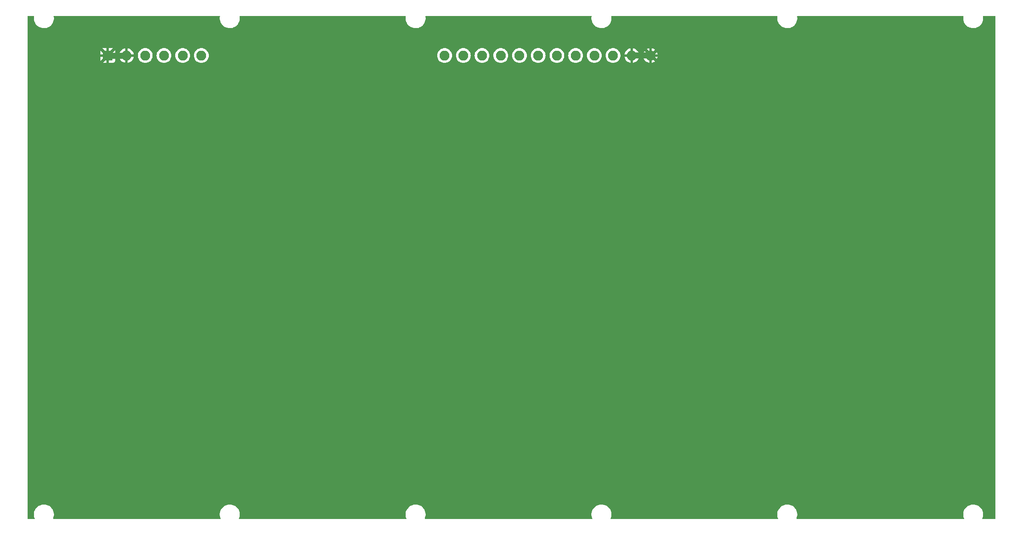
<source format=gtl>
G04 #@! TF.GenerationSoftware,KiCad,Pcbnew,(6.0.6)*
G04 #@! TF.CreationDate,2022-08-19T10:49:20-05:00*
G04 #@! TF.ProjectId,gndplate,676e6470-6c61-4746-952e-6b696361645f,rev?*
G04 #@! TF.SameCoordinates,Original*
G04 #@! TF.FileFunction,Copper,L1,Top*
G04 #@! TF.FilePolarity,Positive*
%FSLAX46Y46*%
G04 Gerber Fmt 4.6, Leading zero omitted, Abs format (unit mm)*
G04 Created by KiCad (PCBNEW (6.0.6)) date 2022-08-19 10:49:20*
%MOMM*%
%LPD*%
G01*
G04 APERTURE LIST*
G04 #@! TA.AperFunction,ComponentPad*
%ADD10R,2.100000X2.100000*%
G04 #@! TD*
G04 #@! TA.AperFunction,ComponentPad*
%ADD11O,2.100000X2.100000*%
G04 #@! TD*
G04 #@! TA.AperFunction,ViaPad*
%ADD12C,0.800000*%
G04 #@! TD*
G04 #@! TA.AperFunction,Conductor*
%ADD13C,0.700000*%
G04 #@! TD*
G04 #@! TA.AperFunction,Conductor*
%ADD14C,1.300000*%
G04 #@! TD*
G04 APERTURE END LIST*
D10*
X40020000Y-37890000D03*
D11*
X43980000Y-37890000D03*
X47940000Y-37890000D03*
X51900000Y-37890000D03*
X55860000Y-37890000D03*
X59820000Y-37890000D03*
X111300000Y-37890000D03*
X115260000Y-37890000D03*
X119220000Y-37890000D03*
X123180000Y-37890000D03*
X127140000Y-37890000D03*
X131100000Y-37890000D03*
X135060000Y-37890000D03*
X139020000Y-37890000D03*
X142980000Y-37890000D03*
X146940000Y-37890000D03*
X150900000Y-37890000D03*
X154860000Y-37890000D03*
D12*
X70000000Y-110000000D03*
X80000000Y-120000000D03*
X54285000Y-40312500D03*
X80000000Y-100000000D03*
X60000000Y-110000000D03*
X80000000Y-50000000D03*
X60000000Y-80000000D03*
X60000000Y-100000000D03*
X60000000Y-60000000D03*
X60000000Y-70000000D03*
X80000000Y-70000000D03*
X70000000Y-80000000D03*
X80000000Y-110000000D03*
X80000000Y-40000000D03*
X70000000Y-100000000D03*
X70000000Y-40000000D03*
X70000000Y-120000000D03*
X80000000Y-60000000D03*
X60000000Y-90000000D03*
X70000000Y-70000000D03*
X70000000Y-50000000D03*
X80000000Y-90000000D03*
X60000000Y-50000000D03*
X80000000Y-80000000D03*
X70000000Y-60000000D03*
X70000000Y-90000000D03*
X60000000Y-120000000D03*
X100000000Y-110000000D03*
X110000000Y-120000000D03*
X90000000Y-40000000D03*
X130000000Y-50000000D03*
X140000000Y-60000000D03*
X140000000Y-40000000D03*
X110000000Y-100000000D03*
X120000000Y-50000000D03*
X90000000Y-110000000D03*
X110000000Y-50000000D03*
X140000000Y-80000000D03*
X130000000Y-120000000D03*
X90000000Y-80000000D03*
X140000000Y-110000000D03*
X130000000Y-60000000D03*
X90000000Y-100000000D03*
X130000000Y-90000000D03*
X90000000Y-60000000D03*
X140000000Y-70000000D03*
X90000000Y-70000000D03*
X110000000Y-70000000D03*
X130000000Y-40000000D03*
X130000000Y-100000000D03*
X100000000Y-80000000D03*
X110000000Y-110000000D03*
X140000000Y-100000000D03*
X110000000Y-40000000D03*
X100000000Y-100000000D03*
X100000000Y-40000000D03*
X130000000Y-80000000D03*
X130000000Y-110000000D03*
X130000000Y-70000000D03*
X100000000Y-120000000D03*
X110000000Y-60000000D03*
X90000000Y-90000000D03*
X120000000Y-100000000D03*
X120000000Y-60000000D03*
X100000000Y-70000000D03*
X120000000Y-110000000D03*
X120000000Y-70000000D03*
X100000000Y-50000000D03*
X120000000Y-80000000D03*
X140000000Y-50000000D03*
X120000000Y-40000000D03*
X140000000Y-120000000D03*
X120000000Y-90000000D03*
X140000000Y-90000000D03*
X110000000Y-90000000D03*
X90000000Y-50000000D03*
X110000000Y-80000000D03*
X100000000Y-60000000D03*
X100000000Y-90000000D03*
X90000000Y-120000000D03*
X120000000Y-120000000D03*
X160000000Y-110000000D03*
X170000000Y-120000000D03*
X150000000Y-40000000D03*
X190000000Y-50000000D03*
X220000000Y-50000000D03*
X200000000Y-60000000D03*
X200000000Y-40000000D03*
X170000000Y-100000000D03*
X180000000Y-50000000D03*
X150000000Y-110000000D03*
X170000000Y-50000000D03*
X200000000Y-80000000D03*
X190000000Y-120000000D03*
X150000000Y-80000000D03*
X200000000Y-110000000D03*
X210000000Y-90000000D03*
X190000000Y-60000000D03*
X210000000Y-70000000D03*
X150000000Y-100000000D03*
X190000000Y-90000000D03*
X150000000Y-60000000D03*
X210000000Y-100000000D03*
X210000000Y-60000000D03*
X200000000Y-70000000D03*
X150000000Y-70000000D03*
X170000000Y-70000000D03*
X190000000Y-40000000D03*
X220000000Y-70000000D03*
X210000000Y-40000000D03*
X220000000Y-110000000D03*
X220000000Y-90000000D03*
X190000000Y-100000000D03*
X160000000Y-80000000D03*
X210000000Y-50000000D03*
X170000000Y-110000000D03*
X200000000Y-100000000D03*
X220000000Y-60000000D03*
X170000000Y-40000000D03*
X160000000Y-100000000D03*
X160000000Y-40000000D03*
X190000000Y-80000000D03*
X190000000Y-110000000D03*
X190000000Y-70000000D03*
X160000000Y-120000000D03*
X170000000Y-60000000D03*
X150000000Y-90000000D03*
X220000000Y-80000000D03*
X180000000Y-100000000D03*
X210000000Y-80000000D03*
X180000000Y-60000000D03*
X160000000Y-70000000D03*
X180000000Y-110000000D03*
X180000000Y-70000000D03*
X160000000Y-50000000D03*
X220000000Y-100000000D03*
X180000000Y-80000000D03*
X200000000Y-50000000D03*
X180000000Y-40000000D03*
X210000000Y-110000000D03*
X200000000Y-120000000D03*
X180000000Y-90000000D03*
X200000000Y-90000000D03*
X170000000Y-90000000D03*
X220000000Y-120000000D03*
X150000000Y-50000000D03*
X220000000Y-40000000D03*
X210000000Y-120000000D03*
X170000000Y-80000000D03*
X160000000Y-60000000D03*
X160000000Y-90000000D03*
X150000000Y-120000000D03*
X180000000Y-120000000D03*
X170000000Y-130000000D03*
X110000000Y-130000000D03*
X50000000Y-130000000D03*
X70000000Y-130000000D03*
X140000000Y-130000000D03*
X40000000Y-130000000D03*
X220000000Y-130000000D03*
X180000000Y-130000000D03*
X160000000Y-130000000D03*
X210000000Y-130000000D03*
X150000000Y-130000000D03*
X190000000Y-130000000D03*
X80000000Y-130000000D03*
X200000000Y-130000000D03*
X100000000Y-130000000D03*
X120000000Y-130000000D03*
X90000000Y-130000000D03*
X30000000Y-130000000D03*
X60000000Y-130000000D03*
X130000000Y-130000000D03*
X40000000Y-60000000D03*
X50000000Y-110000000D03*
X40000000Y-100000000D03*
X50000000Y-120000000D03*
X50000000Y-60000000D03*
X30000000Y-60000000D03*
X30000000Y-110000000D03*
X30000000Y-70000000D03*
X30000000Y-90000000D03*
X40000000Y-90000000D03*
X30000000Y-100000000D03*
X40000000Y-80000000D03*
X40000000Y-120000000D03*
X44285000Y-40312500D03*
X30000000Y-50000000D03*
X34285000Y-40312500D03*
X50000000Y-70000000D03*
X30000000Y-120000000D03*
X40000000Y-50000000D03*
X30000000Y-80000000D03*
X50000000Y-90000000D03*
X50000000Y-80000000D03*
X50000000Y-100000000D03*
X40000000Y-110000000D03*
X40000000Y-70000000D03*
X30000000Y-40000000D03*
X50000000Y-50000000D03*
D13*
X156190000Y-39060000D02*
X157435000Y-39060000D01*
X37440000Y-35382500D02*
X39980000Y-37922500D01*
X42975000Y-34927500D02*
X39980000Y-37922500D01*
X156190000Y-39060000D02*
X155050000Y-37920000D01*
D14*
X40945000Y-37942500D02*
X43485000Y-37942500D01*
D13*
X157330000Y-35640000D02*
X155050000Y-37920000D01*
X155050000Y-37920000D02*
X152990000Y-35860000D01*
X39980000Y-38037500D02*
X37475000Y-40542500D01*
D14*
X154285000Y-37840000D02*
X151745000Y-37840000D01*
G04 #@! TA.AperFunction,Conductor*
G36*
X24364299Y-29520002D02*
G01*
X24410792Y-29573658D01*
X24420921Y-29643753D01*
X24392249Y-29845216D01*
X24392227Y-29849505D01*
X24392226Y-29849512D01*
X24390765Y-30128417D01*
X24390743Y-30132703D01*
X24428268Y-30417734D01*
X24504129Y-30695036D01*
X24616923Y-30959476D01*
X24764561Y-31206161D01*
X24944313Y-31430528D01*
X25152851Y-31628423D01*
X25386317Y-31796186D01*
X25390112Y-31798195D01*
X25390113Y-31798196D01*
X25411869Y-31809715D01*
X25640392Y-31930712D01*
X25910373Y-32029511D01*
X26191264Y-32090755D01*
X26219841Y-32093004D01*
X26414282Y-32108307D01*
X26414291Y-32108307D01*
X26416739Y-32108500D01*
X26572271Y-32108500D01*
X26574407Y-32108354D01*
X26574418Y-32108354D01*
X26782548Y-32094165D01*
X26782554Y-32094164D01*
X26786825Y-32093873D01*
X26791020Y-32093004D01*
X26791022Y-32093004D01*
X26927584Y-32064723D01*
X27068342Y-32035574D01*
X27339343Y-31939607D01*
X27594812Y-31807750D01*
X27598313Y-31805289D01*
X27598317Y-31805287D01*
X27712418Y-31725095D01*
X27830023Y-31642441D01*
X28040622Y-31446740D01*
X28222713Y-31224268D01*
X28372927Y-30979142D01*
X28488483Y-30715898D01*
X28567244Y-30439406D01*
X28607751Y-30154784D01*
X28607845Y-30136951D01*
X28609235Y-29871583D01*
X28609235Y-29871576D01*
X28609257Y-29867297D01*
X28579655Y-29642446D01*
X28590594Y-29572297D01*
X28637723Y-29519199D01*
X28704577Y-29500000D01*
X63626178Y-29500000D01*
X63694299Y-29520002D01*
X63740792Y-29573658D01*
X63750921Y-29643753D01*
X63722249Y-29845216D01*
X63722227Y-29849505D01*
X63722226Y-29849512D01*
X63720765Y-30128417D01*
X63720743Y-30132703D01*
X63758268Y-30417734D01*
X63834129Y-30695036D01*
X63946923Y-30959476D01*
X64094561Y-31206161D01*
X64274313Y-31430528D01*
X64482851Y-31628423D01*
X64716317Y-31796186D01*
X64720112Y-31798195D01*
X64720113Y-31798196D01*
X64741869Y-31809715D01*
X64970392Y-31930712D01*
X65240373Y-32029511D01*
X65521264Y-32090755D01*
X65549841Y-32093004D01*
X65744282Y-32108307D01*
X65744291Y-32108307D01*
X65746739Y-32108500D01*
X65902271Y-32108500D01*
X65904407Y-32108354D01*
X65904418Y-32108354D01*
X66112548Y-32094165D01*
X66112554Y-32094164D01*
X66116825Y-32093873D01*
X66121020Y-32093004D01*
X66121022Y-32093004D01*
X66257584Y-32064723D01*
X66398342Y-32035574D01*
X66669343Y-31939607D01*
X66924812Y-31807750D01*
X66928313Y-31805289D01*
X66928317Y-31805287D01*
X67042418Y-31725095D01*
X67160023Y-31642441D01*
X67370622Y-31446740D01*
X67552713Y-31224268D01*
X67702927Y-30979142D01*
X67818483Y-30715898D01*
X67897244Y-30439406D01*
X67937751Y-30154784D01*
X67937845Y-30136951D01*
X67939235Y-29871583D01*
X67939235Y-29871576D01*
X67939257Y-29867297D01*
X67909655Y-29642446D01*
X67920594Y-29572297D01*
X67967723Y-29519199D01*
X68034577Y-29500000D01*
X102956178Y-29500000D01*
X103024299Y-29520002D01*
X103070792Y-29573658D01*
X103080921Y-29643753D01*
X103052249Y-29845216D01*
X103052227Y-29849505D01*
X103052226Y-29849512D01*
X103050765Y-30128417D01*
X103050743Y-30132703D01*
X103088268Y-30417734D01*
X103164129Y-30695036D01*
X103276923Y-30959476D01*
X103424561Y-31206161D01*
X103604313Y-31430528D01*
X103812851Y-31628423D01*
X104046317Y-31796186D01*
X104050112Y-31798195D01*
X104050113Y-31798196D01*
X104071869Y-31809715D01*
X104300392Y-31930712D01*
X104570373Y-32029511D01*
X104851264Y-32090755D01*
X104879841Y-32093004D01*
X105074282Y-32108307D01*
X105074291Y-32108307D01*
X105076739Y-32108500D01*
X105232271Y-32108500D01*
X105234407Y-32108354D01*
X105234418Y-32108354D01*
X105442548Y-32094165D01*
X105442554Y-32094164D01*
X105446825Y-32093873D01*
X105451020Y-32093004D01*
X105451022Y-32093004D01*
X105587584Y-32064723D01*
X105728342Y-32035574D01*
X105999343Y-31939607D01*
X106254812Y-31807750D01*
X106258313Y-31805289D01*
X106258317Y-31805287D01*
X106372418Y-31725095D01*
X106490023Y-31642441D01*
X106700622Y-31446740D01*
X106882713Y-31224268D01*
X107032927Y-30979142D01*
X107148483Y-30715898D01*
X107227244Y-30439406D01*
X107267751Y-30154784D01*
X107267845Y-30136951D01*
X107269235Y-29871583D01*
X107269235Y-29871576D01*
X107269257Y-29867297D01*
X107239655Y-29642446D01*
X107250594Y-29572297D01*
X107297723Y-29519199D01*
X107364577Y-29500000D01*
X142286178Y-29500000D01*
X142354299Y-29520002D01*
X142400792Y-29573658D01*
X142410921Y-29643753D01*
X142382249Y-29845216D01*
X142382227Y-29849505D01*
X142382226Y-29849512D01*
X142380765Y-30128417D01*
X142380743Y-30132703D01*
X142418268Y-30417734D01*
X142494129Y-30695036D01*
X142606923Y-30959476D01*
X142754561Y-31206161D01*
X142934313Y-31430528D01*
X143142851Y-31628423D01*
X143376317Y-31796186D01*
X143380112Y-31798195D01*
X143380113Y-31798196D01*
X143401869Y-31809715D01*
X143630392Y-31930712D01*
X143900373Y-32029511D01*
X144181264Y-32090755D01*
X144209841Y-32093004D01*
X144404282Y-32108307D01*
X144404291Y-32108307D01*
X144406739Y-32108500D01*
X144562271Y-32108500D01*
X144564407Y-32108354D01*
X144564418Y-32108354D01*
X144772548Y-32094165D01*
X144772554Y-32094164D01*
X144776825Y-32093873D01*
X144781020Y-32093004D01*
X144781022Y-32093004D01*
X144917584Y-32064723D01*
X145058342Y-32035574D01*
X145329343Y-31939607D01*
X145584812Y-31807750D01*
X145588313Y-31805289D01*
X145588317Y-31805287D01*
X145702418Y-31725095D01*
X145820023Y-31642441D01*
X146030622Y-31446740D01*
X146212713Y-31224268D01*
X146362927Y-30979142D01*
X146478483Y-30715898D01*
X146557244Y-30439406D01*
X146597751Y-30154784D01*
X146597845Y-30136951D01*
X146599235Y-29871583D01*
X146599235Y-29871576D01*
X146599257Y-29867297D01*
X146569655Y-29642446D01*
X146580594Y-29572297D01*
X146627723Y-29519199D01*
X146694577Y-29500000D01*
X181616178Y-29500000D01*
X181684299Y-29520002D01*
X181730792Y-29573658D01*
X181740921Y-29643753D01*
X181712249Y-29845216D01*
X181712227Y-29849505D01*
X181712226Y-29849512D01*
X181710765Y-30128417D01*
X181710743Y-30132703D01*
X181748268Y-30417734D01*
X181824129Y-30695036D01*
X181936923Y-30959476D01*
X182084561Y-31206161D01*
X182264313Y-31430528D01*
X182472851Y-31628423D01*
X182706317Y-31796186D01*
X182710112Y-31798195D01*
X182710113Y-31798196D01*
X182731869Y-31809715D01*
X182960392Y-31930712D01*
X183230373Y-32029511D01*
X183511264Y-32090755D01*
X183539841Y-32093004D01*
X183734282Y-32108307D01*
X183734291Y-32108307D01*
X183736739Y-32108500D01*
X183892271Y-32108500D01*
X183894407Y-32108354D01*
X183894418Y-32108354D01*
X184102548Y-32094165D01*
X184102554Y-32094164D01*
X184106825Y-32093873D01*
X184111020Y-32093004D01*
X184111022Y-32093004D01*
X184247584Y-32064723D01*
X184388342Y-32035574D01*
X184659343Y-31939607D01*
X184914812Y-31807750D01*
X184918313Y-31805289D01*
X184918317Y-31805287D01*
X185032418Y-31725095D01*
X185150023Y-31642441D01*
X185360622Y-31446740D01*
X185542713Y-31224268D01*
X185692927Y-30979142D01*
X185808483Y-30715898D01*
X185887244Y-30439406D01*
X185927751Y-30154784D01*
X185927845Y-30136951D01*
X185929235Y-29871583D01*
X185929235Y-29871576D01*
X185929257Y-29867297D01*
X185899655Y-29642446D01*
X185910594Y-29572297D01*
X185957723Y-29519199D01*
X186024577Y-29500000D01*
X220946178Y-29500000D01*
X221014299Y-29520002D01*
X221060792Y-29573658D01*
X221070921Y-29643753D01*
X221042249Y-29845216D01*
X221042227Y-29849505D01*
X221042226Y-29849512D01*
X221040765Y-30128417D01*
X221040743Y-30132703D01*
X221078268Y-30417734D01*
X221154129Y-30695036D01*
X221266923Y-30959476D01*
X221414561Y-31206161D01*
X221594313Y-31430528D01*
X221802851Y-31628423D01*
X222036317Y-31796186D01*
X222040112Y-31798195D01*
X222040113Y-31798196D01*
X222061869Y-31809715D01*
X222290392Y-31930712D01*
X222560373Y-32029511D01*
X222841264Y-32090755D01*
X222869841Y-32093004D01*
X223064282Y-32108307D01*
X223064291Y-32108307D01*
X223066739Y-32108500D01*
X223222271Y-32108500D01*
X223224407Y-32108354D01*
X223224418Y-32108354D01*
X223432548Y-32094165D01*
X223432554Y-32094164D01*
X223436825Y-32093873D01*
X223441020Y-32093004D01*
X223441022Y-32093004D01*
X223577584Y-32064723D01*
X223718342Y-32035574D01*
X223989343Y-31939607D01*
X224244812Y-31807750D01*
X224248313Y-31805289D01*
X224248317Y-31805287D01*
X224362418Y-31725095D01*
X224480023Y-31642441D01*
X224690622Y-31446740D01*
X224872713Y-31224268D01*
X225022927Y-30979142D01*
X225138483Y-30715898D01*
X225217244Y-30439406D01*
X225257751Y-30154784D01*
X225257845Y-30136951D01*
X225259235Y-29871583D01*
X225259235Y-29871576D01*
X225259257Y-29867297D01*
X225229655Y-29642446D01*
X225240594Y-29572297D01*
X225287723Y-29519199D01*
X225354577Y-29500000D01*
X227765500Y-29500000D01*
X227833621Y-29520002D01*
X227880114Y-29573658D01*
X227891500Y-29626000D01*
X227891500Y-135874000D01*
X227871498Y-135942121D01*
X227817842Y-135988614D01*
X227765500Y-136000000D01*
X225206686Y-136000000D01*
X225138565Y-135979998D01*
X225092072Y-135926342D01*
X225081968Y-135856068D01*
X225091311Y-135823359D01*
X225138483Y-135715898D01*
X225217244Y-135439406D01*
X225257751Y-135154784D01*
X225257845Y-135136951D01*
X225259235Y-134871583D01*
X225259235Y-134871576D01*
X225259257Y-134867297D01*
X225221732Y-134582266D01*
X225145871Y-134304964D01*
X225033077Y-134040524D01*
X224885439Y-133793839D01*
X224705687Y-133569472D01*
X224497149Y-133371577D01*
X224263683Y-133203814D01*
X224241843Y-133192250D01*
X224218654Y-133179972D01*
X224009608Y-133069288D01*
X223739627Y-132970489D01*
X223458736Y-132909245D01*
X223427685Y-132906801D01*
X223235718Y-132891693D01*
X223235709Y-132891693D01*
X223233261Y-132891500D01*
X223077729Y-132891500D01*
X223075593Y-132891646D01*
X223075582Y-132891646D01*
X222867452Y-132905835D01*
X222867446Y-132905836D01*
X222863175Y-132906127D01*
X222858980Y-132906996D01*
X222858978Y-132906996D01*
X222722417Y-132935276D01*
X222581658Y-132964426D01*
X222310657Y-133060393D01*
X222055188Y-133192250D01*
X222051687Y-133194711D01*
X222051683Y-133194713D01*
X222041594Y-133201804D01*
X221819977Y-133357559D01*
X221609378Y-133553260D01*
X221427287Y-133775732D01*
X221277073Y-134020858D01*
X221161517Y-134284102D01*
X221082756Y-134560594D01*
X221042249Y-134845216D01*
X221042227Y-134849505D01*
X221042226Y-134849512D01*
X221040765Y-135128417D01*
X221040743Y-135132703D01*
X221078268Y-135417734D01*
X221154129Y-135695036D01*
X221155813Y-135698984D01*
X221209378Y-135824565D01*
X221217707Y-135895072D01*
X221186594Y-135958888D01*
X221125919Y-135995753D01*
X221093481Y-136000000D01*
X185876686Y-136000000D01*
X185808565Y-135979998D01*
X185762072Y-135926342D01*
X185751968Y-135856068D01*
X185761311Y-135823359D01*
X185808483Y-135715898D01*
X185887244Y-135439406D01*
X185927751Y-135154784D01*
X185927845Y-135136951D01*
X185929235Y-134871583D01*
X185929235Y-134871576D01*
X185929257Y-134867297D01*
X185891732Y-134582266D01*
X185815871Y-134304964D01*
X185703077Y-134040524D01*
X185555439Y-133793839D01*
X185375687Y-133569472D01*
X185167149Y-133371577D01*
X184933683Y-133203814D01*
X184911843Y-133192250D01*
X184888654Y-133179972D01*
X184679608Y-133069288D01*
X184409627Y-132970489D01*
X184128736Y-132909245D01*
X184097685Y-132906801D01*
X183905718Y-132891693D01*
X183905709Y-132891693D01*
X183903261Y-132891500D01*
X183747729Y-132891500D01*
X183745593Y-132891646D01*
X183745582Y-132891646D01*
X183537452Y-132905835D01*
X183537446Y-132905836D01*
X183533175Y-132906127D01*
X183528980Y-132906996D01*
X183528978Y-132906996D01*
X183392417Y-132935276D01*
X183251658Y-132964426D01*
X182980657Y-133060393D01*
X182725188Y-133192250D01*
X182721687Y-133194711D01*
X182721683Y-133194713D01*
X182711594Y-133201804D01*
X182489977Y-133357559D01*
X182279378Y-133553260D01*
X182097287Y-133775732D01*
X181947073Y-134020858D01*
X181831517Y-134284102D01*
X181752756Y-134560594D01*
X181712249Y-134845216D01*
X181712227Y-134849505D01*
X181712226Y-134849512D01*
X181710765Y-135128417D01*
X181710743Y-135132703D01*
X181748268Y-135417734D01*
X181824129Y-135695036D01*
X181825813Y-135698984D01*
X181879378Y-135824565D01*
X181887707Y-135895072D01*
X181856594Y-135958888D01*
X181795919Y-135995753D01*
X181763481Y-136000000D01*
X146546686Y-136000000D01*
X146478565Y-135979998D01*
X146432072Y-135926342D01*
X146421968Y-135856068D01*
X146431311Y-135823359D01*
X146478483Y-135715898D01*
X146557244Y-135439406D01*
X146597751Y-135154784D01*
X146597845Y-135136951D01*
X146599235Y-134871583D01*
X146599235Y-134871576D01*
X146599257Y-134867297D01*
X146561732Y-134582266D01*
X146485871Y-134304964D01*
X146373077Y-134040524D01*
X146225439Y-133793839D01*
X146045687Y-133569472D01*
X145837149Y-133371577D01*
X145603683Y-133203814D01*
X145581843Y-133192250D01*
X145558654Y-133179972D01*
X145349608Y-133069288D01*
X145079627Y-132970489D01*
X144798736Y-132909245D01*
X144767685Y-132906801D01*
X144575718Y-132891693D01*
X144575709Y-132891693D01*
X144573261Y-132891500D01*
X144417729Y-132891500D01*
X144415593Y-132891646D01*
X144415582Y-132891646D01*
X144207452Y-132905835D01*
X144207446Y-132905836D01*
X144203175Y-132906127D01*
X144198980Y-132906996D01*
X144198978Y-132906996D01*
X144062417Y-132935276D01*
X143921658Y-132964426D01*
X143650657Y-133060393D01*
X143395188Y-133192250D01*
X143391687Y-133194711D01*
X143391683Y-133194713D01*
X143381594Y-133201804D01*
X143159977Y-133357559D01*
X142949378Y-133553260D01*
X142767287Y-133775732D01*
X142617073Y-134020858D01*
X142501517Y-134284102D01*
X142422756Y-134560594D01*
X142382249Y-134845216D01*
X142382227Y-134849505D01*
X142382226Y-134849512D01*
X142380765Y-135128417D01*
X142380743Y-135132703D01*
X142418268Y-135417734D01*
X142494129Y-135695036D01*
X142495813Y-135698984D01*
X142549378Y-135824565D01*
X142557707Y-135895072D01*
X142526594Y-135958888D01*
X142465919Y-135995753D01*
X142433481Y-136000000D01*
X107216686Y-136000000D01*
X107148565Y-135979998D01*
X107102072Y-135926342D01*
X107091968Y-135856068D01*
X107101311Y-135823359D01*
X107148483Y-135715898D01*
X107227244Y-135439406D01*
X107267751Y-135154784D01*
X107267845Y-135136951D01*
X107269235Y-134871583D01*
X107269235Y-134871576D01*
X107269257Y-134867297D01*
X107231732Y-134582266D01*
X107155871Y-134304964D01*
X107043077Y-134040524D01*
X106895439Y-133793839D01*
X106715687Y-133569472D01*
X106507149Y-133371577D01*
X106273683Y-133203814D01*
X106251843Y-133192250D01*
X106228654Y-133179972D01*
X106019608Y-133069288D01*
X105749627Y-132970489D01*
X105468736Y-132909245D01*
X105437685Y-132906801D01*
X105245718Y-132891693D01*
X105245709Y-132891693D01*
X105243261Y-132891500D01*
X105087729Y-132891500D01*
X105085593Y-132891646D01*
X105085582Y-132891646D01*
X104877452Y-132905835D01*
X104877446Y-132905836D01*
X104873175Y-132906127D01*
X104868980Y-132906996D01*
X104868978Y-132906996D01*
X104732417Y-132935276D01*
X104591658Y-132964426D01*
X104320657Y-133060393D01*
X104065188Y-133192250D01*
X104061687Y-133194711D01*
X104061683Y-133194713D01*
X104051594Y-133201804D01*
X103829977Y-133357559D01*
X103619378Y-133553260D01*
X103437287Y-133775732D01*
X103287073Y-134020858D01*
X103171517Y-134284102D01*
X103092756Y-134560594D01*
X103052249Y-134845216D01*
X103052227Y-134849505D01*
X103052226Y-134849512D01*
X103050765Y-135128417D01*
X103050743Y-135132703D01*
X103088268Y-135417734D01*
X103164129Y-135695036D01*
X103165813Y-135698984D01*
X103219378Y-135824565D01*
X103227707Y-135895072D01*
X103196594Y-135958888D01*
X103135919Y-135995753D01*
X103103481Y-136000000D01*
X67886686Y-136000000D01*
X67818565Y-135979998D01*
X67772072Y-135926342D01*
X67761968Y-135856068D01*
X67771311Y-135823359D01*
X67818483Y-135715898D01*
X67897244Y-135439406D01*
X67937751Y-135154784D01*
X67937845Y-135136951D01*
X67939235Y-134871583D01*
X67939235Y-134871576D01*
X67939257Y-134867297D01*
X67901732Y-134582266D01*
X67825871Y-134304964D01*
X67713077Y-134040524D01*
X67565439Y-133793839D01*
X67385687Y-133569472D01*
X67177149Y-133371577D01*
X66943683Y-133203814D01*
X66921843Y-133192250D01*
X66898654Y-133179972D01*
X66689608Y-133069288D01*
X66419627Y-132970489D01*
X66138736Y-132909245D01*
X66107685Y-132906801D01*
X65915718Y-132891693D01*
X65915709Y-132891693D01*
X65913261Y-132891500D01*
X65757729Y-132891500D01*
X65755593Y-132891646D01*
X65755582Y-132891646D01*
X65547452Y-132905835D01*
X65547446Y-132905836D01*
X65543175Y-132906127D01*
X65538980Y-132906996D01*
X65538978Y-132906996D01*
X65402417Y-132935276D01*
X65261658Y-132964426D01*
X64990657Y-133060393D01*
X64735188Y-133192250D01*
X64731687Y-133194711D01*
X64731683Y-133194713D01*
X64721594Y-133201804D01*
X64499977Y-133357559D01*
X64289378Y-133553260D01*
X64107287Y-133775732D01*
X63957073Y-134020858D01*
X63841517Y-134284102D01*
X63762756Y-134560594D01*
X63722249Y-134845216D01*
X63722227Y-134849505D01*
X63722226Y-134849512D01*
X63720765Y-135128417D01*
X63720743Y-135132703D01*
X63758268Y-135417734D01*
X63834129Y-135695036D01*
X63835813Y-135698984D01*
X63889378Y-135824565D01*
X63897707Y-135895072D01*
X63866594Y-135958888D01*
X63805919Y-135995753D01*
X63773481Y-136000000D01*
X28556686Y-136000000D01*
X28488565Y-135979998D01*
X28442072Y-135926342D01*
X28431968Y-135856068D01*
X28441311Y-135823359D01*
X28488483Y-135715898D01*
X28567244Y-135439406D01*
X28607751Y-135154784D01*
X28607845Y-135136951D01*
X28609235Y-134871583D01*
X28609235Y-134871576D01*
X28609257Y-134867297D01*
X28571732Y-134582266D01*
X28495871Y-134304964D01*
X28383077Y-134040524D01*
X28235439Y-133793839D01*
X28055687Y-133569472D01*
X27847149Y-133371577D01*
X27613683Y-133203814D01*
X27591843Y-133192250D01*
X27568654Y-133179972D01*
X27359608Y-133069288D01*
X27089627Y-132970489D01*
X26808736Y-132909245D01*
X26777685Y-132906801D01*
X26585718Y-132891693D01*
X26585709Y-132891693D01*
X26583261Y-132891500D01*
X26427729Y-132891500D01*
X26425593Y-132891646D01*
X26425582Y-132891646D01*
X26217452Y-132905835D01*
X26217446Y-132905836D01*
X26213175Y-132906127D01*
X26208980Y-132906996D01*
X26208978Y-132906996D01*
X26072417Y-132935276D01*
X25931658Y-132964426D01*
X25660657Y-133060393D01*
X25405188Y-133192250D01*
X25401687Y-133194711D01*
X25401683Y-133194713D01*
X25391594Y-133201804D01*
X25169977Y-133357559D01*
X24959378Y-133553260D01*
X24777287Y-133775732D01*
X24627073Y-134020858D01*
X24511517Y-134284102D01*
X24432756Y-134560594D01*
X24392249Y-134845216D01*
X24392227Y-134849505D01*
X24392226Y-134849512D01*
X24390765Y-135128417D01*
X24390743Y-135132703D01*
X24428268Y-135417734D01*
X24504129Y-135695036D01*
X24505813Y-135698984D01*
X24559378Y-135824565D01*
X24567707Y-135895072D01*
X24536594Y-135958888D01*
X24475919Y-135995753D01*
X24443481Y-136000000D01*
X23134500Y-136000000D01*
X23066379Y-135979998D01*
X23019886Y-135926342D01*
X23008500Y-135874000D01*
X23008500Y-38984669D01*
X38462001Y-38984669D01*
X38462371Y-38991490D01*
X38467895Y-39042352D01*
X38471521Y-39057604D01*
X38516676Y-39178054D01*
X38525214Y-39193649D01*
X38601715Y-39295724D01*
X38614276Y-39308285D01*
X38716351Y-39384786D01*
X38731946Y-39393324D01*
X38852394Y-39438478D01*
X38867649Y-39442105D01*
X38918514Y-39447631D01*
X38925328Y-39448000D01*
X39747885Y-39448000D01*
X39763124Y-39443525D01*
X39764329Y-39442135D01*
X39766000Y-39434452D01*
X39766000Y-39429884D01*
X40274000Y-39429884D01*
X40278475Y-39445123D01*
X40279865Y-39446328D01*
X40287548Y-39447999D01*
X41114669Y-39447999D01*
X41121490Y-39447629D01*
X41172352Y-39442105D01*
X41187604Y-39438479D01*
X41308054Y-39393324D01*
X41323649Y-39384786D01*
X41425724Y-39308285D01*
X41438285Y-39295724D01*
X41514786Y-39193649D01*
X41523324Y-39178054D01*
X41568478Y-39057606D01*
X41572105Y-39042351D01*
X41577631Y-38991486D01*
X41578000Y-38984672D01*
X41578000Y-38162115D01*
X41576625Y-38157431D01*
X42441933Y-38157431D01*
X42492517Y-38368125D01*
X42495566Y-38377510D01*
X42585625Y-38594933D01*
X42590107Y-38603728D01*
X42713065Y-38804376D01*
X42718872Y-38812369D01*
X42871708Y-38991317D01*
X42878683Y-38998292D01*
X43057631Y-39151128D01*
X43065624Y-39156935D01*
X43266272Y-39279893D01*
X43275067Y-39284375D01*
X43492490Y-39374434D01*
X43501875Y-39377483D01*
X43708385Y-39427062D01*
X43722470Y-39426357D01*
X43726000Y-39417478D01*
X43726000Y-39413176D01*
X44234000Y-39413176D01*
X44237973Y-39426707D01*
X44247431Y-39428067D01*
X44458125Y-39377483D01*
X44467510Y-39374434D01*
X44684933Y-39284375D01*
X44693728Y-39279893D01*
X44894376Y-39156935D01*
X44902369Y-39151128D01*
X45081317Y-38998292D01*
X45088292Y-38991317D01*
X45241128Y-38812369D01*
X45246935Y-38804376D01*
X45369893Y-38603728D01*
X45374375Y-38594933D01*
X45464434Y-38377510D01*
X45467483Y-38368125D01*
X45517062Y-38161615D01*
X45516357Y-38147530D01*
X45507478Y-38144000D01*
X44252115Y-38144000D01*
X44236876Y-38148475D01*
X44235671Y-38149865D01*
X44234000Y-38157548D01*
X44234000Y-39413176D01*
X43726000Y-39413176D01*
X43726000Y-38162115D01*
X43721525Y-38146876D01*
X43720135Y-38145671D01*
X43712452Y-38144000D01*
X42456824Y-38144000D01*
X42443293Y-38147973D01*
X42441933Y-38157431D01*
X41576625Y-38157431D01*
X41573525Y-38146876D01*
X41572135Y-38145671D01*
X41564452Y-38144000D01*
X40292115Y-38144000D01*
X40276876Y-38148475D01*
X40275671Y-38149865D01*
X40274000Y-38157548D01*
X40274000Y-39429884D01*
X39766000Y-39429884D01*
X39766000Y-38162115D01*
X39761525Y-38146876D01*
X39760135Y-38145671D01*
X39752452Y-38144000D01*
X38480116Y-38144000D01*
X38464877Y-38148475D01*
X38463672Y-38149865D01*
X38462001Y-38157548D01*
X38462001Y-38984669D01*
X23008500Y-38984669D01*
X23008500Y-37890000D01*
X46376681Y-37890000D01*
X46395928Y-38134557D01*
X46397082Y-38139364D01*
X46397083Y-38139370D01*
X46402424Y-38161615D01*
X46453195Y-38373092D01*
X46547073Y-38599732D01*
X46675248Y-38808896D01*
X46834567Y-38995433D01*
X46838323Y-38998641D01*
X47016861Y-39151128D01*
X47021104Y-39154752D01*
X47025327Y-39157340D01*
X47025330Y-39157342D01*
X47094515Y-39199738D01*
X47230268Y-39282927D01*
X47374967Y-39342864D01*
X47452335Y-39374911D01*
X47452337Y-39374912D01*
X47456908Y-39376805D01*
X47525715Y-39393324D01*
X47690630Y-39432917D01*
X47690636Y-39432918D01*
X47695443Y-39434072D01*
X47940000Y-39453319D01*
X48184557Y-39434072D01*
X48189364Y-39432918D01*
X48189370Y-39432917D01*
X48354285Y-39393324D01*
X48423092Y-39376805D01*
X48427663Y-39374912D01*
X48427665Y-39374911D01*
X48505033Y-39342864D01*
X48649732Y-39282927D01*
X48785485Y-39199738D01*
X48854670Y-39157342D01*
X48854673Y-39157340D01*
X48858896Y-39154752D01*
X48863140Y-39151128D01*
X49041677Y-38998641D01*
X49045433Y-38995433D01*
X49204752Y-38808896D01*
X49332927Y-38599732D01*
X49426805Y-38373092D01*
X49477576Y-38161615D01*
X49482917Y-38139370D01*
X49482918Y-38139364D01*
X49484072Y-38134557D01*
X49503319Y-37890000D01*
X50336681Y-37890000D01*
X50355928Y-38134557D01*
X50357082Y-38139364D01*
X50357083Y-38139370D01*
X50362424Y-38161615D01*
X50413195Y-38373092D01*
X50507073Y-38599732D01*
X50635248Y-38808896D01*
X50794567Y-38995433D01*
X50798323Y-38998641D01*
X50976861Y-39151128D01*
X50981104Y-39154752D01*
X50985327Y-39157340D01*
X50985330Y-39157342D01*
X51054515Y-39199738D01*
X51190268Y-39282927D01*
X51334967Y-39342864D01*
X51412335Y-39374911D01*
X51412337Y-39374912D01*
X51416908Y-39376805D01*
X51485715Y-39393324D01*
X51650630Y-39432917D01*
X51650636Y-39432918D01*
X51655443Y-39434072D01*
X51900000Y-39453319D01*
X52144557Y-39434072D01*
X52149364Y-39432918D01*
X52149370Y-39432917D01*
X52314285Y-39393324D01*
X52383092Y-39376805D01*
X52387663Y-39374912D01*
X52387665Y-39374911D01*
X52465033Y-39342864D01*
X52609732Y-39282927D01*
X52745485Y-39199738D01*
X52814670Y-39157342D01*
X52814673Y-39157340D01*
X52818896Y-39154752D01*
X52823140Y-39151128D01*
X53001677Y-38998641D01*
X53005433Y-38995433D01*
X53164752Y-38808896D01*
X53292927Y-38599732D01*
X53386805Y-38373092D01*
X53437576Y-38161615D01*
X53442917Y-38139370D01*
X53442918Y-38139364D01*
X53444072Y-38134557D01*
X53463319Y-37890000D01*
X54296681Y-37890000D01*
X54315928Y-38134557D01*
X54317082Y-38139364D01*
X54317083Y-38139370D01*
X54322424Y-38161615D01*
X54373195Y-38373092D01*
X54467073Y-38599732D01*
X54595248Y-38808896D01*
X54754567Y-38995433D01*
X54758323Y-38998641D01*
X54936861Y-39151128D01*
X54941104Y-39154752D01*
X54945327Y-39157340D01*
X54945330Y-39157342D01*
X55014515Y-39199738D01*
X55150268Y-39282927D01*
X55294967Y-39342864D01*
X55372335Y-39374911D01*
X55372337Y-39374912D01*
X55376908Y-39376805D01*
X55445715Y-39393324D01*
X55610630Y-39432917D01*
X55610636Y-39432918D01*
X55615443Y-39434072D01*
X55860000Y-39453319D01*
X56104557Y-39434072D01*
X56109364Y-39432918D01*
X56109370Y-39432917D01*
X56274285Y-39393324D01*
X56343092Y-39376805D01*
X56347663Y-39374912D01*
X56347665Y-39374911D01*
X56425033Y-39342864D01*
X56569732Y-39282927D01*
X56705485Y-39199738D01*
X56774670Y-39157342D01*
X56774673Y-39157340D01*
X56778896Y-39154752D01*
X56783140Y-39151128D01*
X56961677Y-38998641D01*
X56965433Y-38995433D01*
X57124752Y-38808896D01*
X57252927Y-38599732D01*
X57346805Y-38373092D01*
X57397576Y-38161615D01*
X57402917Y-38139370D01*
X57402918Y-38139364D01*
X57404072Y-38134557D01*
X57423319Y-37890000D01*
X58256681Y-37890000D01*
X58275928Y-38134557D01*
X58277082Y-38139364D01*
X58277083Y-38139370D01*
X58282424Y-38161615D01*
X58333195Y-38373092D01*
X58427073Y-38599732D01*
X58555248Y-38808896D01*
X58714567Y-38995433D01*
X58718323Y-38998641D01*
X58896861Y-39151128D01*
X58901104Y-39154752D01*
X58905327Y-39157340D01*
X58905330Y-39157342D01*
X58974515Y-39199738D01*
X59110268Y-39282927D01*
X59254967Y-39342864D01*
X59332335Y-39374911D01*
X59332337Y-39374912D01*
X59336908Y-39376805D01*
X59405715Y-39393324D01*
X59570630Y-39432917D01*
X59570636Y-39432918D01*
X59575443Y-39434072D01*
X59820000Y-39453319D01*
X60064557Y-39434072D01*
X60069364Y-39432918D01*
X60069370Y-39432917D01*
X60234285Y-39393324D01*
X60303092Y-39376805D01*
X60307663Y-39374912D01*
X60307665Y-39374911D01*
X60385033Y-39342864D01*
X60529732Y-39282927D01*
X60665485Y-39199738D01*
X60734670Y-39157342D01*
X60734673Y-39157340D01*
X60738896Y-39154752D01*
X60743140Y-39151128D01*
X60921677Y-38998641D01*
X60925433Y-38995433D01*
X61084752Y-38808896D01*
X61212927Y-38599732D01*
X61306805Y-38373092D01*
X61357576Y-38161615D01*
X61362917Y-38139370D01*
X61362918Y-38139364D01*
X61364072Y-38134557D01*
X61383319Y-37890000D01*
X109736681Y-37890000D01*
X109755928Y-38134557D01*
X109757082Y-38139364D01*
X109757083Y-38139370D01*
X109762424Y-38161615D01*
X109813195Y-38373092D01*
X109907073Y-38599732D01*
X110035248Y-38808896D01*
X110194567Y-38995433D01*
X110198323Y-38998641D01*
X110376861Y-39151128D01*
X110381104Y-39154752D01*
X110385327Y-39157340D01*
X110385330Y-39157342D01*
X110454515Y-39199738D01*
X110590268Y-39282927D01*
X110734967Y-39342864D01*
X110812335Y-39374911D01*
X110812337Y-39374912D01*
X110816908Y-39376805D01*
X110885715Y-39393324D01*
X111050630Y-39432917D01*
X111050636Y-39432918D01*
X111055443Y-39434072D01*
X111300000Y-39453319D01*
X111544557Y-39434072D01*
X111549364Y-39432918D01*
X111549370Y-39432917D01*
X111714285Y-39393324D01*
X111783092Y-39376805D01*
X111787663Y-39374912D01*
X111787665Y-39374911D01*
X111865033Y-39342864D01*
X112009732Y-39282927D01*
X112145485Y-39199738D01*
X112214670Y-39157342D01*
X112214673Y-39157340D01*
X112218896Y-39154752D01*
X112223140Y-39151128D01*
X112401677Y-38998641D01*
X112405433Y-38995433D01*
X112564752Y-38808896D01*
X112692927Y-38599732D01*
X112786805Y-38373092D01*
X112837576Y-38161615D01*
X112842917Y-38139370D01*
X112842918Y-38139364D01*
X112844072Y-38134557D01*
X112863319Y-37890000D01*
X113696681Y-37890000D01*
X113715928Y-38134557D01*
X113717082Y-38139364D01*
X113717083Y-38139370D01*
X113722424Y-38161615D01*
X113773195Y-38373092D01*
X113867073Y-38599732D01*
X113995248Y-38808896D01*
X114154567Y-38995433D01*
X114158323Y-38998641D01*
X114336861Y-39151128D01*
X114341104Y-39154752D01*
X114345327Y-39157340D01*
X114345330Y-39157342D01*
X114414515Y-39199738D01*
X114550268Y-39282927D01*
X114694967Y-39342864D01*
X114772335Y-39374911D01*
X114772337Y-39374912D01*
X114776908Y-39376805D01*
X114845715Y-39393324D01*
X115010630Y-39432917D01*
X115010636Y-39432918D01*
X115015443Y-39434072D01*
X115260000Y-39453319D01*
X115504557Y-39434072D01*
X115509364Y-39432918D01*
X115509370Y-39432917D01*
X115674285Y-39393324D01*
X115743092Y-39376805D01*
X115747663Y-39374912D01*
X115747665Y-39374911D01*
X115825033Y-39342864D01*
X115969732Y-39282927D01*
X116105485Y-39199738D01*
X116174670Y-39157342D01*
X116174673Y-39157340D01*
X116178896Y-39154752D01*
X116183140Y-39151128D01*
X116361677Y-38998641D01*
X116365433Y-38995433D01*
X116524752Y-38808896D01*
X116652927Y-38599732D01*
X116746805Y-38373092D01*
X116797576Y-38161615D01*
X116802917Y-38139370D01*
X116802918Y-38139364D01*
X116804072Y-38134557D01*
X116823319Y-37890000D01*
X117656681Y-37890000D01*
X117675928Y-38134557D01*
X117677082Y-38139364D01*
X117677083Y-38139370D01*
X117682424Y-38161615D01*
X117733195Y-38373092D01*
X117827073Y-38599732D01*
X117955248Y-38808896D01*
X118114567Y-38995433D01*
X118118323Y-38998641D01*
X118296861Y-39151128D01*
X118301104Y-39154752D01*
X118305327Y-39157340D01*
X118305330Y-39157342D01*
X118374515Y-39199738D01*
X118510268Y-39282927D01*
X118654967Y-39342864D01*
X118732335Y-39374911D01*
X118732337Y-39374912D01*
X118736908Y-39376805D01*
X118805715Y-39393324D01*
X118970630Y-39432917D01*
X118970636Y-39432918D01*
X118975443Y-39434072D01*
X119220000Y-39453319D01*
X119464557Y-39434072D01*
X119469364Y-39432918D01*
X119469370Y-39432917D01*
X119634285Y-39393324D01*
X119703092Y-39376805D01*
X119707663Y-39374912D01*
X119707665Y-39374911D01*
X119785033Y-39342864D01*
X119929732Y-39282927D01*
X120065485Y-39199738D01*
X120134670Y-39157342D01*
X120134673Y-39157340D01*
X120138896Y-39154752D01*
X120143140Y-39151128D01*
X120321677Y-38998641D01*
X120325433Y-38995433D01*
X120484752Y-38808896D01*
X120612927Y-38599732D01*
X120706805Y-38373092D01*
X120757576Y-38161615D01*
X120762917Y-38139370D01*
X120762918Y-38139364D01*
X120764072Y-38134557D01*
X120783319Y-37890000D01*
X121616681Y-37890000D01*
X121635928Y-38134557D01*
X121637082Y-38139364D01*
X121637083Y-38139370D01*
X121642424Y-38161615D01*
X121693195Y-38373092D01*
X121787073Y-38599732D01*
X121915248Y-38808896D01*
X122074567Y-38995433D01*
X122078323Y-38998641D01*
X122256861Y-39151128D01*
X122261104Y-39154752D01*
X122265327Y-39157340D01*
X122265330Y-39157342D01*
X122334515Y-39199738D01*
X122470268Y-39282927D01*
X122614967Y-39342864D01*
X122692335Y-39374911D01*
X122692337Y-39374912D01*
X122696908Y-39376805D01*
X122765715Y-39393324D01*
X122930630Y-39432917D01*
X122930636Y-39432918D01*
X122935443Y-39434072D01*
X123180000Y-39453319D01*
X123424557Y-39434072D01*
X123429364Y-39432918D01*
X123429370Y-39432917D01*
X123594285Y-39393324D01*
X123663092Y-39376805D01*
X123667663Y-39374912D01*
X123667665Y-39374911D01*
X123745033Y-39342864D01*
X123889732Y-39282927D01*
X124025485Y-39199738D01*
X124094670Y-39157342D01*
X124094673Y-39157340D01*
X124098896Y-39154752D01*
X124103140Y-39151128D01*
X124281677Y-38998641D01*
X124285433Y-38995433D01*
X124444752Y-38808896D01*
X124572927Y-38599732D01*
X124666805Y-38373092D01*
X124717576Y-38161615D01*
X124722917Y-38139370D01*
X124722918Y-38139364D01*
X124724072Y-38134557D01*
X124743319Y-37890000D01*
X125576681Y-37890000D01*
X125595928Y-38134557D01*
X125597082Y-38139364D01*
X125597083Y-38139370D01*
X125602424Y-38161615D01*
X125653195Y-38373092D01*
X125747073Y-38599732D01*
X125875248Y-38808896D01*
X126034567Y-38995433D01*
X126038323Y-38998641D01*
X126216861Y-39151128D01*
X126221104Y-39154752D01*
X126225327Y-39157340D01*
X126225330Y-39157342D01*
X126294515Y-39199738D01*
X126430268Y-39282927D01*
X126574967Y-39342864D01*
X126652335Y-39374911D01*
X126652337Y-39374912D01*
X126656908Y-39376805D01*
X126725715Y-39393324D01*
X126890630Y-39432917D01*
X126890636Y-39432918D01*
X126895443Y-39434072D01*
X127140000Y-39453319D01*
X127384557Y-39434072D01*
X127389364Y-39432918D01*
X127389370Y-39432917D01*
X127554285Y-39393324D01*
X127623092Y-39376805D01*
X127627663Y-39374912D01*
X127627665Y-39374911D01*
X127705033Y-39342864D01*
X127849732Y-39282927D01*
X127985485Y-39199738D01*
X128054670Y-39157342D01*
X128054673Y-39157340D01*
X128058896Y-39154752D01*
X128063140Y-39151128D01*
X128241677Y-38998641D01*
X128245433Y-38995433D01*
X128404752Y-38808896D01*
X128532927Y-38599732D01*
X128626805Y-38373092D01*
X128677576Y-38161615D01*
X128682917Y-38139370D01*
X128682918Y-38139364D01*
X128684072Y-38134557D01*
X128703319Y-37890000D01*
X129536681Y-37890000D01*
X129555928Y-38134557D01*
X129557082Y-38139364D01*
X129557083Y-38139370D01*
X129562424Y-38161615D01*
X129613195Y-38373092D01*
X129707073Y-38599732D01*
X129835248Y-38808896D01*
X129994567Y-38995433D01*
X129998323Y-38998641D01*
X130176861Y-39151128D01*
X130181104Y-39154752D01*
X130185327Y-39157340D01*
X130185330Y-39157342D01*
X130254515Y-39199738D01*
X130390268Y-39282927D01*
X130534967Y-39342864D01*
X130612335Y-39374911D01*
X130612337Y-39374912D01*
X130616908Y-39376805D01*
X130685715Y-39393324D01*
X130850630Y-39432917D01*
X130850636Y-39432918D01*
X130855443Y-39434072D01*
X131100000Y-39453319D01*
X131344557Y-39434072D01*
X131349364Y-39432918D01*
X131349370Y-39432917D01*
X131514285Y-39393324D01*
X131583092Y-39376805D01*
X131587663Y-39374912D01*
X131587665Y-39374911D01*
X131665033Y-39342864D01*
X131809732Y-39282927D01*
X131945485Y-39199738D01*
X132014670Y-39157342D01*
X132014673Y-39157340D01*
X132018896Y-39154752D01*
X132023140Y-39151128D01*
X132201677Y-38998641D01*
X132205433Y-38995433D01*
X132364752Y-38808896D01*
X132492927Y-38599732D01*
X132586805Y-38373092D01*
X132637576Y-38161615D01*
X132642917Y-38139370D01*
X132642918Y-38139364D01*
X132644072Y-38134557D01*
X132663319Y-37890000D01*
X133496681Y-37890000D01*
X133515928Y-38134557D01*
X133517082Y-38139364D01*
X133517083Y-38139370D01*
X133522424Y-38161615D01*
X133573195Y-38373092D01*
X133667073Y-38599732D01*
X133795248Y-38808896D01*
X133954567Y-38995433D01*
X133958323Y-38998641D01*
X134136861Y-39151128D01*
X134141104Y-39154752D01*
X134145327Y-39157340D01*
X134145330Y-39157342D01*
X134214515Y-39199738D01*
X134350268Y-39282927D01*
X134494967Y-39342864D01*
X134572335Y-39374911D01*
X134572337Y-39374912D01*
X134576908Y-39376805D01*
X134645715Y-39393324D01*
X134810630Y-39432917D01*
X134810636Y-39432918D01*
X134815443Y-39434072D01*
X135060000Y-39453319D01*
X135304557Y-39434072D01*
X135309364Y-39432918D01*
X135309370Y-39432917D01*
X135474285Y-39393324D01*
X135543092Y-39376805D01*
X135547663Y-39374912D01*
X135547665Y-39374911D01*
X135625033Y-39342864D01*
X135769732Y-39282927D01*
X135905485Y-39199738D01*
X135974670Y-39157342D01*
X135974673Y-39157340D01*
X135978896Y-39154752D01*
X135983140Y-39151128D01*
X136161677Y-38998641D01*
X136165433Y-38995433D01*
X136324752Y-38808896D01*
X136452927Y-38599732D01*
X136546805Y-38373092D01*
X136597576Y-38161615D01*
X136602917Y-38139370D01*
X136602918Y-38139364D01*
X136604072Y-38134557D01*
X136623319Y-37890000D01*
X137456681Y-37890000D01*
X137475928Y-38134557D01*
X137477082Y-38139364D01*
X137477083Y-38139370D01*
X137482424Y-38161615D01*
X137533195Y-38373092D01*
X137627073Y-38599732D01*
X137755248Y-38808896D01*
X137914567Y-38995433D01*
X137918323Y-38998641D01*
X138096861Y-39151128D01*
X138101104Y-39154752D01*
X138105327Y-39157340D01*
X138105330Y-39157342D01*
X138174515Y-39199738D01*
X138310268Y-39282927D01*
X138454967Y-39342864D01*
X138532335Y-39374911D01*
X138532337Y-39374912D01*
X138536908Y-39376805D01*
X138605715Y-39393324D01*
X138770630Y-39432917D01*
X138770636Y-39432918D01*
X138775443Y-39434072D01*
X139020000Y-39453319D01*
X139264557Y-39434072D01*
X139269364Y-39432918D01*
X139269370Y-39432917D01*
X139434285Y-39393324D01*
X139503092Y-39376805D01*
X139507663Y-39374912D01*
X139507665Y-39374911D01*
X139585033Y-39342864D01*
X139729732Y-39282927D01*
X139865485Y-39199738D01*
X139934670Y-39157342D01*
X139934673Y-39157340D01*
X139938896Y-39154752D01*
X139943140Y-39151128D01*
X140121677Y-38998641D01*
X140125433Y-38995433D01*
X140284752Y-38808896D01*
X140412927Y-38599732D01*
X140506805Y-38373092D01*
X140557576Y-38161615D01*
X140562917Y-38139370D01*
X140562918Y-38139364D01*
X140564072Y-38134557D01*
X140583319Y-37890000D01*
X141416681Y-37890000D01*
X141435928Y-38134557D01*
X141437082Y-38139364D01*
X141437083Y-38139370D01*
X141442424Y-38161615D01*
X141493195Y-38373092D01*
X141587073Y-38599732D01*
X141715248Y-38808896D01*
X141874567Y-38995433D01*
X141878323Y-38998641D01*
X142056861Y-39151128D01*
X142061104Y-39154752D01*
X142065327Y-39157340D01*
X142065330Y-39157342D01*
X142134515Y-39199738D01*
X142270268Y-39282927D01*
X142414967Y-39342864D01*
X142492335Y-39374911D01*
X142492337Y-39374912D01*
X142496908Y-39376805D01*
X142565715Y-39393324D01*
X142730630Y-39432917D01*
X142730636Y-39432918D01*
X142735443Y-39434072D01*
X142980000Y-39453319D01*
X143224557Y-39434072D01*
X143229364Y-39432918D01*
X143229370Y-39432917D01*
X143394285Y-39393324D01*
X143463092Y-39376805D01*
X143467663Y-39374912D01*
X143467665Y-39374911D01*
X143545033Y-39342864D01*
X143689732Y-39282927D01*
X143825485Y-39199738D01*
X143894670Y-39157342D01*
X143894673Y-39157340D01*
X143898896Y-39154752D01*
X143903140Y-39151128D01*
X144081677Y-38998641D01*
X144085433Y-38995433D01*
X144244752Y-38808896D01*
X144372927Y-38599732D01*
X144466805Y-38373092D01*
X144517576Y-38161615D01*
X144522917Y-38139370D01*
X144522918Y-38139364D01*
X144524072Y-38134557D01*
X144543319Y-37890000D01*
X145376681Y-37890000D01*
X145395928Y-38134557D01*
X145397082Y-38139364D01*
X145397083Y-38139370D01*
X145402424Y-38161615D01*
X145453195Y-38373092D01*
X145547073Y-38599732D01*
X145675248Y-38808896D01*
X145834567Y-38995433D01*
X145838323Y-38998641D01*
X146016861Y-39151128D01*
X146021104Y-39154752D01*
X146025327Y-39157340D01*
X146025330Y-39157342D01*
X146094515Y-39199738D01*
X146230268Y-39282927D01*
X146374967Y-39342864D01*
X146452335Y-39374911D01*
X146452337Y-39374912D01*
X146456908Y-39376805D01*
X146525715Y-39393324D01*
X146690630Y-39432917D01*
X146690636Y-39432918D01*
X146695443Y-39434072D01*
X146940000Y-39453319D01*
X147184557Y-39434072D01*
X147189364Y-39432918D01*
X147189370Y-39432917D01*
X147354285Y-39393324D01*
X147423092Y-39376805D01*
X147427663Y-39374912D01*
X147427665Y-39374911D01*
X147505033Y-39342864D01*
X147649732Y-39282927D01*
X147785485Y-39199738D01*
X147854670Y-39157342D01*
X147854673Y-39157340D01*
X147858896Y-39154752D01*
X147863140Y-39151128D01*
X148041677Y-38998641D01*
X148045433Y-38995433D01*
X148204752Y-38808896D01*
X148332927Y-38599732D01*
X148426805Y-38373092D01*
X148477576Y-38161615D01*
X148478581Y-38157431D01*
X149361933Y-38157431D01*
X149412517Y-38368125D01*
X149415566Y-38377510D01*
X149505625Y-38594933D01*
X149510107Y-38603728D01*
X149633065Y-38804376D01*
X149638872Y-38812369D01*
X149791708Y-38991317D01*
X149798683Y-38998292D01*
X149977631Y-39151128D01*
X149985624Y-39156935D01*
X150186272Y-39279893D01*
X150195067Y-39284375D01*
X150412490Y-39374434D01*
X150421875Y-39377483D01*
X150628385Y-39427062D01*
X150642470Y-39426357D01*
X150646000Y-39417478D01*
X150646000Y-39413176D01*
X151154000Y-39413176D01*
X151157973Y-39426707D01*
X151167431Y-39428067D01*
X151378125Y-39377483D01*
X151387510Y-39374434D01*
X151604933Y-39284375D01*
X151613728Y-39279893D01*
X151814376Y-39156935D01*
X151822369Y-39151128D01*
X152001317Y-38998292D01*
X152008292Y-38991317D01*
X152161128Y-38812369D01*
X152166935Y-38804376D01*
X152289893Y-38603728D01*
X152294375Y-38594933D01*
X152384434Y-38377510D01*
X152387483Y-38368125D01*
X152437062Y-38161615D01*
X152436853Y-38157431D01*
X153321933Y-38157431D01*
X153372517Y-38368125D01*
X153375566Y-38377510D01*
X153465625Y-38594933D01*
X153470107Y-38603728D01*
X153593065Y-38804376D01*
X153598872Y-38812369D01*
X153751708Y-38991317D01*
X153758683Y-38998292D01*
X153937631Y-39151128D01*
X153945624Y-39156935D01*
X154146272Y-39279893D01*
X154155067Y-39284375D01*
X154372490Y-39374434D01*
X154381875Y-39377483D01*
X154588385Y-39427062D01*
X154602470Y-39426357D01*
X154606000Y-39417478D01*
X154606000Y-39413176D01*
X155114000Y-39413176D01*
X155117973Y-39426707D01*
X155127431Y-39428067D01*
X155338125Y-39377483D01*
X155347510Y-39374434D01*
X155564933Y-39284375D01*
X155573728Y-39279893D01*
X155774376Y-39156935D01*
X155782369Y-39151128D01*
X155961317Y-38998292D01*
X155968292Y-38991317D01*
X156121128Y-38812369D01*
X156126935Y-38804376D01*
X156249893Y-38603728D01*
X156254375Y-38594933D01*
X156344434Y-38377510D01*
X156347483Y-38368125D01*
X156397062Y-38161615D01*
X156396357Y-38147530D01*
X156387478Y-38144000D01*
X155132115Y-38144000D01*
X155116876Y-38148475D01*
X155115671Y-38149865D01*
X155114000Y-38157548D01*
X155114000Y-39413176D01*
X154606000Y-39413176D01*
X154606000Y-38162115D01*
X154601525Y-38146876D01*
X154600135Y-38145671D01*
X154592452Y-38144000D01*
X153336824Y-38144000D01*
X153323293Y-38147973D01*
X153321933Y-38157431D01*
X152436853Y-38157431D01*
X152436357Y-38147530D01*
X152427478Y-38144000D01*
X151172115Y-38144000D01*
X151156876Y-38148475D01*
X151155671Y-38149865D01*
X151154000Y-38157548D01*
X151154000Y-39413176D01*
X150646000Y-39413176D01*
X150646000Y-38162115D01*
X150641525Y-38146876D01*
X150640135Y-38145671D01*
X150632452Y-38144000D01*
X149376824Y-38144000D01*
X149363293Y-38147973D01*
X149361933Y-38157431D01*
X148478581Y-38157431D01*
X148482917Y-38139370D01*
X148482918Y-38139364D01*
X148484072Y-38134557D01*
X148503319Y-37890000D01*
X148484072Y-37645443D01*
X148481115Y-37633124D01*
X148477576Y-37618385D01*
X149362938Y-37618385D01*
X149363643Y-37632470D01*
X149372522Y-37636000D01*
X150627885Y-37636000D01*
X150643124Y-37631525D01*
X150644329Y-37630135D01*
X150646000Y-37622452D01*
X150646000Y-37617885D01*
X151154000Y-37617885D01*
X151158475Y-37633124D01*
X151159865Y-37634329D01*
X151167548Y-37636000D01*
X152423176Y-37636000D01*
X152436707Y-37632027D01*
X152438067Y-37622569D01*
X152437062Y-37618385D01*
X153322938Y-37618385D01*
X153323643Y-37632470D01*
X153332522Y-37636000D01*
X154587885Y-37636000D01*
X154603124Y-37631525D01*
X154604329Y-37630135D01*
X154606000Y-37622452D01*
X154606000Y-37617885D01*
X155114000Y-37617885D01*
X155118475Y-37633124D01*
X155119865Y-37634329D01*
X155127548Y-37636000D01*
X156383176Y-37636000D01*
X156396707Y-37632027D01*
X156398067Y-37622569D01*
X156347483Y-37411875D01*
X156344434Y-37402490D01*
X156254375Y-37185067D01*
X156249893Y-37176272D01*
X156126935Y-36975624D01*
X156121128Y-36967631D01*
X155968292Y-36788683D01*
X155961317Y-36781708D01*
X155782369Y-36628872D01*
X155774376Y-36623065D01*
X155573728Y-36500107D01*
X155564933Y-36495625D01*
X155347510Y-36405566D01*
X155338125Y-36402517D01*
X155131615Y-36352938D01*
X155117530Y-36353643D01*
X155114000Y-36362522D01*
X155114000Y-37617885D01*
X154606000Y-37617885D01*
X154606000Y-36366824D01*
X154602027Y-36353293D01*
X154592569Y-36351933D01*
X154381875Y-36402517D01*
X154372490Y-36405566D01*
X154155067Y-36495625D01*
X154146272Y-36500107D01*
X153945624Y-36623065D01*
X153937631Y-36628872D01*
X153758683Y-36781708D01*
X153751708Y-36788683D01*
X153598872Y-36967631D01*
X153593065Y-36975624D01*
X153470107Y-37176272D01*
X153465625Y-37185067D01*
X153375566Y-37402490D01*
X153372517Y-37411875D01*
X153322938Y-37618385D01*
X152437062Y-37618385D01*
X152387483Y-37411875D01*
X152384434Y-37402490D01*
X152294375Y-37185067D01*
X152289893Y-37176272D01*
X152166935Y-36975624D01*
X152161128Y-36967631D01*
X152008292Y-36788683D01*
X152001317Y-36781708D01*
X151822369Y-36628872D01*
X151814376Y-36623065D01*
X151613728Y-36500107D01*
X151604933Y-36495625D01*
X151387510Y-36405566D01*
X151378125Y-36402517D01*
X151171615Y-36352938D01*
X151157530Y-36353643D01*
X151154000Y-36362522D01*
X151154000Y-37617885D01*
X150646000Y-37617885D01*
X150646000Y-36366824D01*
X150642027Y-36353293D01*
X150632569Y-36351933D01*
X150421875Y-36402517D01*
X150412490Y-36405566D01*
X150195067Y-36495625D01*
X150186272Y-36500107D01*
X149985624Y-36623065D01*
X149977631Y-36628872D01*
X149798683Y-36781708D01*
X149791708Y-36788683D01*
X149638872Y-36967631D01*
X149633065Y-36975624D01*
X149510107Y-37176272D01*
X149505625Y-37185067D01*
X149415566Y-37402490D01*
X149412517Y-37411875D01*
X149362938Y-37618385D01*
X148477576Y-37618385D01*
X148427960Y-37411720D01*
X148426805Y-37406908D01*
X148332927Y-37180268D01*
X148204752Y-36971104D01*
X148045433Y-36784567D01*
X147990500Y-36737649D01*
X147862663Y-36628465D01*
X147862660Y-36628463D01*
X147858896Y-36625248D01*
X147854673Y-36622660D01*
X147854670Y-36622658D01*
X147785485Y-36580262D01*
X147649732Y-36497073D01*
X147505033Y-36437136D01*
X147427665Y-36405089D01*
X147427663Y-36405088D01*
X147423092Y-36403195D01*
X147340437Y-36383351D01*
X147189370Y-36347083D01*
X147189364Y-36347082D01*
X147184557Y-36345928D01*
X146940000Y-36326681D01*
X146695443Y-36345928D01*
X146690636Y-36347082D01*
X146690630Y-36347083D01*
X146539563Y-36383351D01*
X146456908Y-36403195D01*
X146452337Y-36405088D01*
X146452335Y-36405089D01*
X146374967Y-36437136D01*
X146230268Y-36497073D01*
X146094515Y-36580262D01*
X146025330Y-36622658D01*
X146025327Y-36622660D01*
X146021104Y-36625248D01*
X146017340Y-36628463D01*
X146017337Y-36628465D01*
X145889500Y-36737649D01*
X145834567Y-36784567D01*
X145675248Y-36971104D01*
X145547073Y-37180268D01*
X145453195Y-37406908D01*
X145452040Y-37411720D01*
X145398886Y-37633124D01*
X145395928Y-37645443D01*
X145376681Y-37890000D01*
X144543319Y-37890000D01*
X144524072Y-37645443D01*
X144521115Y-37633124D01*
X144467960Y-37411720D01*
X144466805Y-37406908D01*
X144372927Y-37180268D01*
X144244752Y-36971104D01*
X144085433Y-36784567D01*
X144030500Y-36737649D01*
X143902663Y-36628465D01*
X143902660Y-36628463D01*
X143898896Y-36625248D01*
X143894673Y-36622660D01*
X143894670Y-36622658D01*
X143825485Y-36580262D01*
X143689732Y-36497073D01*
X143545033Y-36437136D01*
X143467665Y-36405089D01*
X143467663Y-36405088D01*
X143463092Y-36403195D01*
X143380437Y-36383351D01*
X143229370Y-36347083D01*
X143229364Y-36347082D01*
X143224557Y-36345928D01*
X142980000Y-36326681D01*
X142735443Y-36345928D01*
X142730636Y-36347082D01*
X142730630Y-36347083D01*
X142579563Y-36383351D01*
X142496908Y-36403195D01*
X142492337Y-36405088D01*
X142492335Y-36405089D01*
X142414967Y-36437136D01*
X142270268Y-36497073D01*
X142134515Y-36580262D01*
X142065330Y-36622658D01*
X142065327Y-36622660D01*
X142061104Y-36625248D01*
X142057340Y-36628463D01*
X142057337Y-36628465D01*
X141929500Y-36737649D01*
X141874567Y-36784567D01*
X141715248Y-36971104D01*
X141587073Y-37180268D01*
X141493195Y-37406908D01*
X141492040Y-37411720D01*
X141438886Y-37633124D01*
X141435928Y-37645443D01*
X141416681Y-37890000D01*
X140583319Y-37890000D01*
X140564072Y-37645443D01*
X140561115Y-37633124D01*
X140507960Y-37411720D01*
X140506805Y-37406908D01*
X140412927Y-37180268D01*
X140284752Y-36971104D01*
X140125433Y-36784567D01*
X140070500Y-36737649D01*
X139942663Y-36628465D01*
X139942660Y-36628463D01*
X139938896Y-36625248D01*
X139934673Y-36622660D01*
X139934670Y-36622658D01*
X139865485Y-36580262D01*
X139729732Y-36497073D01*
X139585033Y-36437136D01*
X139507665Y-36405089D01*
X139507663Y-36405088D01*
X139503092Y-36403195D01*
X139420437Y-36383351D01*
X139269370Y-36347083D01*
X139269364Y-36347082D01*
X139264557Y-36345928D01*
X139020000Y-36326681D01*
X138775443Y-36345928D01*
X138770636Y-36347082D01*
X138770630Y-36347083D01*
X138619563Y-36383351D01*
X138536908Y-36403195D01*
X138532337Y-36405088D01*
X138532335Y-36405089D01*
X138454967Y-36437136D01*
X138310268Y-36497073D01*
X138174515Y-36580262D01*
X138105330Y-36622658D01*
X138105327Y-36622660D01*
X138101104Y-36625248D01*
X138097340Y-36628463D01*
X138097337Y-36628465D01*
X137969500Y-36737649D01*
X137914567Y-36784567D01*
X137755248Y-36971104D01*
X137627073Y-37180268D01*
X137533195Y-37406908D01*
X137532040Y-37411720D01*
X137478886Y-37633124D01*
X137475928Y-37645443D01*
X137456681Y-37890000D01*
X136623319Y-37890000D01*
X136604072Y-37645443D01*
X136601115Y-37633124D01*
X136547960Y-37411720D01*
X136546805Y-37406908D01*
X136452927Y-37180268D01*
X136324752Y-36971104D01*
X136165433Y-36784567D01*
X136110500Y-36737649D01*
X135982663Y-36628465D01*
X135982660Y-36628463D01*
X135978896Y-36625248D01*
X135974673Y-36622660D01*
X135974670Y-36622658D01*
X135905485Y-36580262D01*
X135769732Y-36497073D01*
X135625033Y-36437136D01*
X135547665Y-36405089D01*
X135547663Y-36405088D01*
X135543092Y-36403195D01*
X135460437Y-36383351D01*
X135309370Y-36347083D01*
X135309364Y-36347082D01*
X135304557Y-36345928D01*
X135060000Y-36326681D01*
X134815443Y-36345928D01*
X134810636Y-36347082D01*
X134810630Y-36347083D01*
X134659563Y-36383351D01*
X134576908Y-36403195D01*
X134572337Y-36405088D01*
X134572335Y-36405089D01*
X134494967Y-36437136D01*
X134350268Y-36497073D01*
X134214515Y-36580262D01*
X134145330Y-36622658D01*
X134145327Y-36622660D01*
X134141104Y-36625248D01*
X134137340Y-36628463D01*
X134137337Y-36628465D01*
X134009500Y-36737649D01*
X133954567Y-36784567D01*
X133795248Y-36971104D01*
X133667073Y-37180268D01*
X133573195Y-37406908D01*
X133572040Y-37411720D01*
X133518886Y-37633124D01*
X133515928Y-37645443D01*
X133496681Y-37890000D01*
X132663319Y-37890000D01*
X132644072Y-37645443D01*
X132641115Y-37633124D01*
X132587960Y-37411720D01*
X132586805Y-37406908D01*
X132492927Y-37180268D01*
X132364752Y-36971104D01*
X132205433Y-36784567D01*
X132150500Y-36737649D01*
X132022663Y-36628465D01*
X132022660Y-36628463D01*
X132018896Y-36625248D01*
X132014673Y-36622660D01*
X132014670Y-36622658D01*
X131945485Y-36580262D01*
X131809732Y-36497073D01*
X131665033Y-36437136D01*
X131587665Y-36405089D01*
X131587663Y-36405088D01*
X131583092Y-36403195D01*
X131500437Y-36383351D01*
X131349370Y-36347083D01*
X131349364Y-36347082D01*
X131344557Y-36345928D01*
X131100000Y-36326681D01*
X130855443Y-36345928D01*
X130850636Y-36347082D01*
X130850630Y-36347083D01*
X130699563Y-36383351D01*
X130616908Y-36403195D01*
X130612337Y-36405088D01*
X130612335Y-36405089D01*
X130534967Y-36437136D01*
X130390268Y-36497073D01*
X130254515Y-36580262D01*
X130185330Y-36622658D01*
X130185327Y-36622660D01*
X130181104Y-36625248D01*
X130177340Y-36628463D01*
X130177337Y-36628465D01*
X130049500Y-36737649D01*
X129994567Y-36784567D01*
X129835248Y-36971104D01*
X129707073Y-37180268D01*
X129613195Y-37406908D01*
X129612040Y-37411720D01*
X129558886Y-37633124D01*
X129555928Y-37645443D01*
X129536681Y-37890000D01*
X128703319Y-37890000D01*
X128684072Y-37645443D01*
X128681115Y-37633124D01*
X128627960Y-37411720D01*
X128626805Y-37406908D01*
X128532927Y-37180268D01*
X128404752Y-36971104D01*
X128245433Y-36784567D01*
X128190500Y-36737649D01*
X128062663Y-36628465D01*
X128062660Y-36628463D01*
X128058896Y-36625248D01*
X128054673Y-36622660D01*
X128054670Y-36622658D01*
X127985485Y-36580262D01*
X127849732Y-36497073D01*
X127705033Y-36437136D01*
X127627665Y-36405089D01*
X127627663Y-36405088D01*
X127623092Y-36403195D01*
X127540437Y-36383351D01*
X127389370Y-36347083D01*
X127389364Y-36347082D01*
X127384557Y-36345928D01*
X127140000Y-36326681D01*
X126895443Y-36345928D01*
X126890636Y-36347082D01*
X126890630Y-36347083D01*
X126739563Y-36383351D01*
X126656908Y-36403195D01*
X126652337Y-36405088D01*
X126652335Y-36405089D01*
X126574967Y-36437136D01*
X126430268Y-36497073D01*
X126294515Y-36580262D01*
X126225330Y-36622658D01*
X126225327Y-36622660D01*
X126221104Y-36625248D01*
X126217340Y-36628463D01*
X126217337Y-36628465D01*
X126089500Y-36737649D01*
X126034567Y-36784567D01*
X125875248Y-36971104D01*
X125747073Y-37180268D01*
X125653195Y-37406908D01*
X125652040Y-37411720D01*
X125598886Y-37633124D01*
X125595928Y-37645443D01*
X125576681Y-37890000D01*
X124743319Y-37890000D01*
X124724072Y-37645443D01*
X124721115Y-37633124D01*
X124667960Y-37411720D01*
X124666805Y-37406908D01*
X124572927Y-37180268D01*
X124444752Y-36971104D01*
X124285433Y-36784567D01*
X124230500Y-36737649D01*
X124102663Y-36628465D01*
X124102660Y-36628463D01*
X124098896Y-36625248D01*
X124094673Y-36622660D01*
X124094670Y-36622658D01*
X124025485Y-36580262D01*
X123889732Y-36497073D01*
X123745033Y-36437136D01*
X123667665Y-36405089D01*
X123667663Y-36405088D01*
X123663092Y-36403195D01*
X123580437Y-36383351D01*
X123429370Y-36347083D01*
X123429364Y-36347082D01*
X123424557Y-36345928D01*
X123180000Y-36326681D01*
X122935443Y-36345928D01*
X122930636Y-36347082D01*
X122930630Y-36347083D01*
X122779563Y-36383351D01*
X122696908Y-36403195D01*
X122692337Y-36405088D01*
X122692335Y-36405089D01*
X122614967Y-36437136D01*
X122470268Y-36497073D01*
X122334515Y-36580262D01*
X122265330Y-36622658D01*
X122265327Y-36622660D01*
X122261104Y-36625248D01*
X122257340Y-36628463D01*
X122257337Y-36628465D01*
X122129500Y-36737649D01*
X122074567Y-36784567D01*
X121915248Y-36971104D01*
X121787073Y-37180268D01*
X121693195Y-37406908D01*
X121692040Y-37411720D01*
X121638886Y-37633124D01*
X121635928Y-37645443D01*
X121616681Y-37890000D01*
X120783319Y-37890000D01*
X120764072Y-37645443D01*
X120761115Y-37633124D01*
X120707960Y-37411720D01*
X120706805Y-37406908D01*
X120612927Y-37180268D01*
X120484752Y-36971104D01*
X120325433Y-36784567D01*
X120270500Y-36737649D01*
X120142663Y-36628465D01*
X120142660Y-36628463D01*
X120138896Y-36625248D01*
X120134673Y-36622660D01*
X120134670Y-36622658D01*
X120065485Y-36580262D01*
X119929732Y-36497073D01*
X119785033Y-36437136D01*
X119707665Y-36405089D01*
X119707663Y-36405088D01*
X119703092Y-36403195D01*
X119620437Y-36383351D01*
X119469370Y-36347083D01*
X119469364Y-36347082D01*
X119464557Y-36345928D01*
X119220000Y-36326681D01*
X118975443Y-36345928D01*
X118970636Y-36347082D01*
X118970630Y-36347083D01*
X118819563Y-36383351D01*
X118736908Y-36403195D01*
X118732337Y-36405088D01*
X118732335Y-36405089D01*
X118654967Y-36437136D01*
X118510268Y-36497073D01*
X118374515Y-36580262D01*
X118305330Y-36622658D01*
X118305327Y-36622660D01*
X118301104Y-36625248D01*
X118297340Y-36628463D01*
X118297337Y-36628465D01*
X118169500Y-36737649D01*
X118114567Y-36784567D01*
X117955248Y-36971104D01*
X117827073Y-37180268D01*
X117733195Y-37406908D01*
X117732040Y-37411720D01*
X117678886Y-37633124D01*
X117675928Y-37645443D01*
X117656681Y-37890000D01*
X116823319Y-37890000D01*
X116804072Y-37645443D01*
X116801115Y-37633124D01*
X116747960Y-37411720D01*
X116746805Y-37406908D01*
X116652927Y-37180268D01*
X116524752Y-36971104D01*
X116365433Y-36784567D01*
X116310500Y-36737649D01*
X116182663Y-36628465D01*
X116182660Y-36628463D01*
X116178896Y-36625248D01*
X116174673Y-36622660D01*
X116174670Y-36622658D01*
X116105485Y-36580262D01*
X115969732Y-36497073D01*
X115825033Y-36437136D01*
X115747665Y-36405089D01*
X115747663Y-36405088D01*
X115743092Y-36403195D01*
X115660437Y-36383351D01*
X115509370Y-36347083D01*
X115509364Y-36347082D01*
X115504557Y-36345928D01*
X115260000Y-36326681D01*
X115015443Y-36345928D01*
X115010636Y-36347082D01*
X115010630Y-36347083D01*
X114859563Y-36383351D01*
X114776908Y-36403195D01*
X114772337Y-36405088D01*
X114772335Y-36405089D01*
X114694967Y-36437136D01*
X114550268Y-36497073D01*
X114414515Y-36580262D01*
X114345330Y-36622658D01*
X114345327Y-36622660D01*
X114341104Y-36625248D01*
X114337340Y-36628463D01*
X114337337Y-36628465D01*
X114209500Y-36737649D01*
X114154567Y-36784567D01*
X113995248Y-36971104D01*
X113867073Y-37180268D01*
X113773195Y-37406908D01*
X113772040Y-37411720D01*
X113718886Y-37633124D01*
X113715928Y-37645443D01*
X113696681Y-37890000D01*
X112863319Y-37890000D01*
X112844072Y-37645443D01*
X112841115Y-37633124D01*
X112787960Y-37411720D01*
X112786805Y-37406908D01*
X112692927Y-37180268D01*
X112564752Y-36971104D01*
X112405433Y-36784567D01*
X112350500Y-36737649D01*
X112222663Y-36628465D01*
X112222660Y-36628463D01*
X112218896Y-36625248D01*
X112214673Y-36622660D01*
X112214670Y-36622658D01*
X112145485Y-36580262D01*
X112009732Y-36497073D01*
X111865033Y-36437136D01*
X111787665Y-36405089D01*
X111787663Y-36405088D01*
X111783092Y-36403195D01*
X111700437Y-36383351D01*
X111549370Y-36347083D01*
X111549364Y-36347082D01*
X111544557Y-36345928D01*
X111300000Y-36326681D01*
X111055443Y-36345928D01*
X111050636Y-36347082D01*
X111050630Y-36347083D01*
X110899563Y-36383351D01*
X110816908Y-36403195D01*
X110812337Y-36405088D01*
X110812335Y-36405089D01*
X110734967Y-36437136D01*
X110590268Y-36497073D01*
X110454515Y-36580262D01*
X110385330Y-36622658D01*
X110385327Y-36622660D01*
X110381104Y-36625248D01*
X110377340Y-36628463D01*
X110377337Y-36628465D01*
X110249500Y-36737649D01*
X110194567Y-36784567D01*
X110035248Y-36971104D01*
X109907073Y-37180268D01*
X109813195Y-37406908D01*
X109812040Y-37411720D01*
X109758886Y-37633124D01*
X109755928Y-37645443D01*
X109736681Y-37890000D01*
X61383319Y-37890000D01*
X61364072Y-37645443D01*
X61361115Y-37633124D01*
X61307960Y-37411720D01*
X61306805Y-37406908D01*
X61212927Y-37180268D01*
X61084752Y-36971104D01*
X60925433Y-36784567D01*
X60870500Y-36737649D01*
X60742663Y-36628465D01*
X60742660Y-36628463D01*
X60738896Y-36625248D01*
X60734673Y-36622660D01*
X60734670Y-36622658D01*
X60665485Y-36580262D01*
X60529732Y-36497073D01*
X60385033Y-36437136D01*
X60307665Y-36405089D01*
X60307663Y-36405088D01*
X60303092Y-36403195D01*
X60220437Y-36383351D01*
X60069370Y-36347083D01*
X60069364Y-36347082D01*
X60064557Y-36345928D01*
X59820000Y-36326681D01*
X59575443Y-36345928D01*
X59570636Y-36347082D01*
X59570630Y-36347083D01*
X59419563Y-36383351D01*
X59336908Y-36403195D01*
X59332337Y-36405088D01*
X59332335Y-36405089D01*
X59254967Y-36437136D01*
X59110268Y-36497073D01*
X58974515Y-36580262D01*
X58905330Y-36622658D01*
X58905327Y-36622660D01*
X58901104Y-36625248D01*
X58897340Y-36628463D01*
X58897337Y-36628465D01*
X58769500Y-36737649D01*
X58714567Y-36784567D01*
X58555248Y-36971104D01*
X58427073Y-37180268D01*
X58333195Y-37406908D01*
X58332040Y-37411720D01*
X58278886Y-37633124D01*
X58275928Y-37645443D01*
X58256681Y-37890000D01*
X57423319Y-37890000D01*
X57404072Y-37645443D01*
X57401115Y-37633124D01*
X57347960Y-37411720D01*
X57346805Y-37406908D01*
X57252927Y-37180268D01*
X57124752Y-36971104D01*
X56965433Y-36784567D01*
X56910500Y-36737649D01*
X56782663Y-36628465D01*
X56782660Y-36628463D01*
X56778896Y-36625248D01*
X56774673Y-36622660D01*
X56774670Y-36622658D01*
X56705485Y-36580262D01*
X56569732Y-36497073D01*
X56425033Y-36437136D01*
X56347665Y-36405089D01*
X56347663Y-36405088D01*
X56343092Y-36403195D01*
X56260437Y-36383351D01*
X56109370Y-36347083D01*
X56109364Y-36347082D01*
X56104557Y-36345928D01*
X55860000Y-36326681D01*
X55615443Y-36345928D01*
X55610636Y-36347082D01*
X55610630Y-36347083D01*
X55459563Y-36383351D01*
X55376908Y-36403195D01*
X55372337Y-36405088D01*
X55372335Y-36405089D01*
X55294967Y-36437136D01*
X55150268Y-36497073D01*
X55014515Y-36580262D01*
X54945330Y-36622658D01*
X54945327Y-36622660D01*
X54941104Y-36625248D01*
X54937340Y-36628463D01*
X54937337Y-36628465D01*
X54809500Y-36737649D01*
X54754567Y-36784567D01*
X54595248Y-36971104D01*
X54467073Y-37180268D01*
X54373195Y-37406908D01*
X54372040Y-37411720D01*
X54318886Y-37633124D01*
X54315928Y-37645443D01*
X54296681Y-37890000D01*
X53463319Y-37890000D01*
X53444072Y-37645443D01*
X53441115Y-37633124D01*
X53387960Y-37411720D01*
X53386805Y-37406908D01*
X53292927Y-37180268D01*
X53164752Y-36971104D01*
X53005433Y-36784567D01*
X52950500Y-36737649D01*
X52822663Y-36628465D01*
X52822660Y-36628463D01*
X52818896Y-36625248D01*
X52814673Y-36622660D01*
X52814670Y-36622658D01*
X52745485Y-36580262D01*
X52609732Y-36497073D01*
X52465033Y-36437136D01*
X52387665Y-36405089D01*
X52387663Y-36405088D01*
X52383092Y-36403195D01*
X52300437Y-36383351D01*
X52149370Y-36347083D01*
X52149364Y-36347082D01*
X52144557Y-36345928D01*
X51900000Y-36326681D01*
X51655443Y-36345928D01*
X51650636Y-36347082D01*
X51650630Y-36347083D01*
X51499563Y-36383351D01*
X51416908Y-36403195D01*
X51412337Y-36405088D01*
X51412335Y-36405089D01*
X51334967Y-36437136D01*
X51190268Y-36497073D01*
X51054515Y-36580262D01*
X50985330Y-36622658D01*
X50985327Y-36622660D01*
X50981104Y-36625248D01*
X50977340Y-36628463D01*
X50977337Y-36628465D01*
X50849500Y-36737649D01*
X50794567Y-36784567D01*
X50635248Y-36971104D01*
X50507073Y-37180268D01*
X50413195Y-37406908D01*
X50412040Y-37411720D01*
X50358886Y-37633124D01*
X50355928Y-37645443D01*
X50336681Y-37890000D01*
X49503319Y-37890000D01*
X49484072Y-37645443D01*
X49481115Y-37633124D01*
X49427960Y-37411720D01*
X49426805Y-37406908D01*
X49332927Y-37180268D01*
X49204752Y-36971104D01*
X49045433Y-36784567D01*
X48990500Y-36737649D01*
X48862663Y-36628465D01*
X48862660Y-36628463D01*
X48858896Y-36625248D01*
X48854673Y-36622660D01*
X48854670Y-36622658D01*
X48785485Y-36580262D01*
X48649732Y-36497073D01*
X48505033Y-36437136D01*
X48427665Y-36405089D01*
X48427663Y-36405088D01*
X48423092Y-36403195D01*
X48340437Y-36383351D01*
X48189370Y-36347083D01*
X48189364Y-36347082D01*
X48184557Y-36345928D01*
X47940000Y-36326681D01*
X47695443Y-36345928D01*
X47690636Y-36347082D01*
X47690630Y-36347083D01*
X47539563Y-36383351D01*
X47456908Y-36403195D01*
X47452337Y-36405088D01*
X47452335Y-36405089D01*
X47374967Y-36437136D01*
X47230268Y-36497073D01*
X47094515Y-36580262D01*
X47025330Y-36622658D01*
X47025327Y-36622660D01*
X47021104Y-36625248D01*
X47017340Y-36628463D01*
X47017337Y-36628465D01*
X46889500Y-36737649D01*
X46834567Y-36784567D01*
X46675248Y-36971104D01*
X46547073Y-37180268D01*
X46453195Y-37406908D01*
X46452040Y-37411720D01*
X46398886Y-37633124D01*
X46395928Y-37645443D01*
X46376681Y-37890000D01*
X23008500Y-37890000D01*
X23008500Y-37617885D01*
X38462000Y-37617885D01*
X38466475Y-37633124D01*
X38467865Y-37634329D01*
X38475548Y-37636000D01*
X39747885Y-37636000D01*
X39763124Y-37631525D01*
X39764329Y-37630135D01*
X39766000Y-37622452D01*
X39766000Y-37617885D01*
X40274000Y-37617885D01*
X40278475Y-37633124D01*
X40279865Y-37634329D01*
X40287548Y-37636000D01*
X41559884Y-37636000D01*
X41575123Y-37631525D01*
X41576328Y-37630135D01*
X41577999Y-37622452D01*
X41577999Y-37618385D01*
X42442938Y-37618385D01*
X42443643Y-37632470D01*
X42452522Y-37636000D01*
X43707885Y-37636000D01*
X43723124Y-37631525D01*
X43724329Y-37630135D01*
X43726000Y-37622452D01*
X43726000Y-37617885D01*
X44234000Y-37617885D01*
X44238475Y-37633124D01*
X44239865Y-37634329D01*
X44247548Y-37636000D01*
X45503176Y-37636000D01*
X45516707Y-37632027D01*
X45518067Y-37622569D01*
X45467483Y-37411875D01*
X45464434Y-37402490D01*
X45374375Y-37185067D01*
X45369893Y-37176272D01*
X45246935Y-36975624D01*
X45241128Y-36967631D01*
X45088292Y-36788683D01*
X45081317Y-36781708D01*
X44902369Y-36628872D01*
X44894376Y-36623065D01*
X44693728Y-36500107D01*
X44684933Y-36495625D01*
X44467510Y-36405566D01*
X44458125Y-36402517D01*
X44251615Y-36352938D01*
X44237530Y-36353643D01*
X44234000Y-36362522D01*
X44234000Y-37617885D01*
X43726000Y-37617885D01*
X43726000Y-36366824D01*
X43722027Y-36353293D01*
X43712569Y-36351933D01*
X43501875Y-36402517D01*
X43492490Y-36405566D01*
X43275067Y-36495625D01*
X43266272Y-36500107D01*
X43065624Y-36623065D01*
X43057631Y-36628872D01*
X42878683Y-36781708D01*
X42871708Y-36788683D01*
X42718872Y-36967631D01*
X42713065Y-36975624D01*
X42590107Y-37176272D01*
X42585625Y-37185067D01*
X42495566Y-37402490D01*
X42492517Y-37411875D01*
X42442938Y-37618385D01*
X41577999Y-37618385D01*
X41577999Y-36795331D01*
X41577629Y-36788510D01*
X41572105Y-36737648D01*
X41568479Y-36722396D01*
X41523324Y-36601946D01*
X41514786Y-36586351D01*
X41438285Y-36484276D01*
X41425724Y-36471715D01*
X41323649Y-36395214D01*
X41308054Y-36386676D01*
X41187606Y-36341522D01*
X41172351Y-36337895D01*
X41121486Y-36332369D01*
X41114672Y-36332000D01*
X40292115Y-36332000D01*
X40276876Y-36336475D01*
X40275671Y-36337865D01*
X40274000Y-36345548D01*
X40274000Y-37617885D01*
X39766000Y-37617885D01*
X39766000Y-36350116D01*
X39761525Y-36334877D01*
X39760135Y-36333672D01*
X39752452Y-36332001D01*
X38925331Y-36332001D01*
X38918510Y-36332371D01*
X38867648Y-36337895D01*
X38852396Y-36341521D01*
X38731946Y-36386676D01*
X38716351Y-36395214D01*
X38614276Y-36471715D01*
X38601715Y-36484276D01*
X38525214Y-36586351D01*
X38516676Y-36601946D01*
X38471522Y-36722394D01*
X38467895Y-36737649D01*
X38462369Y-36788514D01*
X38462000Y-36795328D01*
X38462000Y-37617885D01*
X23008500Y-37617885D01*
X23008500Y-29626000D01*
X23028502Y-29557879D01*
X23082158Y-29511386D01*
X23134500Y-29500000D01*
X24296178Y-29500000D01*
X24364299Y-29520002D01*
G37*
G04 #@! TD.AperFunction*
M02*

</source>
